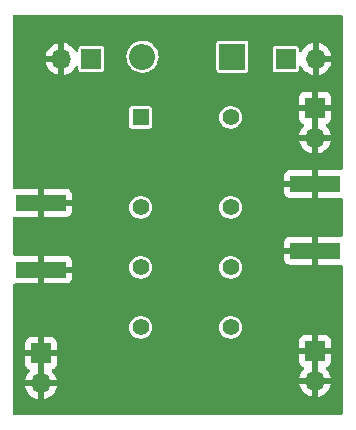
<source format=gbr>
%TF.GenerationSoftware,KiCad,Pcbnew,(6.0.10)*%
%TF.CreationDate,2023-01-04T10:17:45-08:00*%
%TF.ProjectId,attenuator,61747465-6e75-4617-946f-722e6b696361,rev?*%
%TF.SameCoordinates,PX3f52f00PY6dac2c0*%
%TF.FileFunction,Copper,L2,Bot*%
%TF.FilePolarity,Positive*%
%FSLAX46Y46*%
G04 Gerber Fmt 4.6, Leading zero omitted, Abs format (unit mm)*
G04 Created by KiCad (PCBNEW (6.0.10)) date 2023-01-04 10:17:45*
%MOMM*%
%LPD*%
G01*
G04 APERTURE LIST*
%TA.AperFunction,ComponentPad*%
%ADD10R,1.700000X1.700000*%
%TD*%
%TA.AperFunction,ComponentPad*%
%ADD11O,1.700000X1.700000*%
%TD*%
%TA.AperFunction,ComponentPad*%
%ADD12R,1.400000X1.400000*%
%TD*%
%TA.AperFunction,ComponentPad*%
%ADD13C,1.400000*%
%TD*%
%TA.AperFunction,SMDPad,CuDef*%
%ADD14R,4.200000X1.350000*%
%TD*%
%TA.AperFunction,ComponentPad*%
%ADD15R,2.200000X2.200000*%
%TD*%
%TA.AperFunction,ComponentPad*%
%ADD16O,2.200000X2.200000*%
%TD*%
%TA.AperFunction,ViaPad*%
%ADD17C,0.800000*%
%TD*%
G04 APERTURE END LIST*
D10*
%TO.P,J7,1,Pin_1*%
%TO.N,GND*%
X25800000Y26275000D03*
D11*
%TO.P,J7,2,Pin_2*%
X25800000Y23735000D03*
%TD*%
D10*
%TO.P,J6,1,Pin_1*%
%TO.N,GND*%
X2600000Y5475000D03*
D11*
%TO.P,J6,2,Pin_2*%
X2600000Y2935000D03*
%TD*%
D10*
%TO.P,J5,1,Pin_1*%
%TO.N,GND*%
X25800000Y5675000D03*
D11*
%TO.P,J5,2,Pin_2*%
X25800000Y3135000D03*
%TD*%
D10*
%TO.P,J2,1,Pin_1*%
%TO.N,/ATT*%
X6875000Y30400000D03*
D11*
%TO.P,J2,2,Pin_2*%
%TO.N,GND*%
X4335000Y30400000D03*
%TD*%
%TO.P,J1,2,Pin_2*%
%TO.N,GND*%
X25865000Y30400000D03*
D10*
%TO.P,J1,1,Pin_1*%
%TO.N,/+12V*%
X23325000Y30400000D03*
%TD*%
D12*
%TO.P,K1,1*%
%TO.N,Net-(D1-Pad2)*%
X11037500Y25457500D03*
D13*
%TO.P,K1,4*%
%TO.N,Net-(J4-Pad1)*%
X11037500Y17837500D03*
%TO.P,K1,6*%
%TO.N,Net-(K1-Pad11)*%
X11037500Y12757500D03*
%TO.P,K1,8*%
%TO.N,Net-(K1-Pad8)*%
X11037500Y7677500D03*
%TO.P,K1,9*%
%TO.N,Net-(K1-Pad9)*%
X18657500Y7677500D03*
%TO.P,K1,11*%
%TO.N,Net-(K1-Pad11)*%
X18657500Y12757500D03*
%TO.P,K1,13*%
%TO.N,Net-(J3-Pad1)*%
X18657500Y17837500D03*
%TO.P,K1,16*%
%TO.N,/+12V*%
X18657500Y25457500D03*
%TD*%
D14*
%TO.P,J4,2,Ext*%
%TO.N,GND*%
X2600000Y12575000D03*
X2600000Y18225000D03*
%TD*%
%TO.P,J3,2,Ext*%
%TO.N,GND*%
X25800000Y19825000D03*
X25800000Y14175000D03*
%TD*%
D15*
%TO.P,D1,1,K*%
%TO.N,/+12V*%
X18820000Y30600000D03*
D16*
%TO.P,D1,2,A*%
%TO.N,Net-(D1-Pad2)*%
X11200000Y30600000D03*
%TD*%
D17*
%TO.N,GND*%
X17800000Y21800000D03*
X12200000Y21600000D03*
X23200000Y9400000D03*
X15200000Y9600000D03*
X6200000Y8800000D03*
X1600000Y20600000D03*
X4400000Y20600000D03*
X22200000Y19600000D03*
X22200000Y14200000D03*
X6000000Y18200000D03*
X6200000Y12400000D03*
X12600000Y1600000D03*
X17400000Y1600000D03*
%TD*%
%TA.AperFunction,Conductor*%
%TO.N,GND*%
G36*
X28087621Y34125498D02*
G01*
X28134114Y34071842D01*
X28145500Y34019500D01*
X28145500Y21126984D01*
X28125498Y21058863D01*
X28071842Y21012370D01*
X28005893Y21001721D01*
X27951488Y21007631D01*
X27944672Y21008000D01*
X26072115Y21008000D01*
X26056876Y21003525D01*
X26055671Y21002135D01*
X26054000Y20994452D01*
X26054000Y18660116D01*
X26058475Y18644877D01*
X26059865Y18643672D01*
X26067548Y18642001D01*
X27944669Y18642001D01*
X27951488Y18642370D01*
X28005894Y18648280D01*
X28075776Y18635751D01*
X28127791Y18587430D01*
X28145500Y18523017D01*
X28145500Y15476984D01*
X28125498Y15408863D01*
X28071842Y15362370D01*
X28005893Y15351721D01*
X27951488Y15357631D01*
X27944672Y15358000D01*
X26072115Y15358000D01*
X26056876Y15353525D01*
X26055671Y15352135D01*
X26054000Y15344452D01*
X26054000Y13010116D01*
X26058475Y12994877D01*
X26059865Y12993672D01*
X26067548Y12992001D01*
X27944669Y12992001D01*
X27951488Y12992370D01*
X28005894Y12998280D01*
X28075776Y12985751D01*
X28127791Y12937430D01*
X28145500Y12873017D01*
X28145500Y380500D01*
X28125498Y312379D01*
X28071842Y265886D01*
X28019500Y254500D01*
X380500Y254500D01*
X312379Y274502D01*
X265886Y328158D01*
X254500Y380500D01*
X254500Y2667034D01*
X1268257Y2667034D01*
X1298565Y2532554D01*
X1301645Y2522725D01*
X1381770Y2325397D01*
X1386413Y2316206D01*
X1497694Y2134612D01*
X1503777Y2126301D01*
X1643213Y1965333D01*
X1650580Y1958117D01*
X1814434Y1822084D01*
X1822881Y1816169D01*
X2006756Y1708721D01*
X2016042Y1704271D01*
X2215001Y1628297D01*
X2224899Y1625421D01*
X2328250Y1604394D01*
X2342299Y1605590D01*
X2346000Y1615935D01*
X2346000Y1616483D01*
X2854000Y1616483D01*
X2858064Y1602641D01*
X2871478Y1600607D01*
X2878184Y1601466D01*
X2888262Y1603608D01*
X3092255Y1664809D01*
X3101842Y1668567D01*
X3293095Y1762261D01*
X3301945Y1767536D01*
X3475328Y1891208D01*
X3483200Y1897861D01*
X3634052Y2048188D01*
X3640730Y2056035D01*
X3765003Y2228980D01*
X3770313Y2237817D01*
X3864670Y2428733D01*
X3868469Y2438328D01*
X3930377Y2642090D01*
X3932555Y2652163D01*
X3933986Y2663038D01*
X3931775Y2677222D01*
X3918617Y2681000D01*
X2872115Y2681000D01*
X2856876Y2676525D01*
X2855671Y2675135D01*
X2854000Y2667452D01*
X2854000Y1616483D01*
X2346000Y1616483D01*
X2346000Y2662885D01*
X2341525Y2678124D01*
X2340135Y2679329D01*
X2332452Y2681000D01*
X1283225Y2681000D01*
X1269694Y2677027D01*
X1268257Y2667034D01*
X254500Y2667034D01*
X254500Y2867034D01*
X24468257Y2867034D01*
X24498565Y2732554D01*
X24501645Y2722725D01*
X24581770Y2525397D01*
X24586413Y2516206D01*
X24697694Y2334612D01*
X24703777Y2326301D01*
X24843213Y2165333D01*
X24850580Y2158117D01*
X25014434Y2022084D01*
X25022881Y2016169D01*
X25206756Y1908721D01*
X25216042Y1904271D01*
X25415001Y1828297D01*
X25424899Y1825421D01*
X25528250Y1804394D01*
X25542299Y1805590D01*
X25546000Y1815935D01*
X25546000Y1816483D01*
X26054000Y1816483D01*
X26058064Y1802641D01*
X26071478Y1800607D01*
X26078184Y1801466D01*
X26088262Y1803608D01*
X26292255Y1864809D01*
X26301842Y1868567D01*
X26493095Y1962261D01*
X26501945Y1967536D01*
X26675328Y2091208D01*
X26683200Y2097861D01*
X26834052Y2248188D01*
X26840730Y2256035D01*
X26965003Y2428980D01*
X26970313Y2437817D01*
X27064670Y2628733D01*
X27068469Y2638328D01*
X27130377Y2842090D01*
X27132555Y2852163D01*
X27133986Y2863038D01*
X27131775Y2877222D01*
X27118617Y2881000D01*
X26072115Y2881000D01*
X26056876Y2876525D01*
X26055671Y2875135D01*
X26054000Y2867452D01*
X26054000Y1816483D01*
X25546000Y1816483D01*
X25546000Y2862885D01*
X25541525Y2878124D01*
X25540135Y2879329D01*
X25532452Y2881000D01*
X24483225Y2881000D01*
X24469694Y2877027D01*
X24468257Y2867034D01*
X254500Y2867034D01*
X254500Y4580331D01*
X1242001Y4580331D01*
X1242371Y4573510D01*
X1247895Y4522648D01*
X1251521Y4507396D01*
X1296676Y4386946D01*
X1305214Y4371351D01*
X1381715Y4269276D01*
X1394276Y4256715D01*
X1496351Y4180214D01*
X1511946Y4171676D01*
X1621337Y4130667D01*
X1678101Y4088025D01*
X1702801Y4021464D01*
X1687594Y3952115D01*
X1668201Y3925634D01*
X1544590Y3796283D01*
X1538104Y3788273D01*
X1418098Y3612351D01*
X1413000Y3603377D01*
X1323338Y3410217D01*
X1319775Y3400530D01*
X1264389Y3200817D01*
X1265912Y3192393D01*
X1278292Y3189000D01*
X2327885Y3189000D01*
X2343124Y3193475D01*
X2344329Y3194865D01*
X2346000Y3202548D01*
X2346000Y3207115D01*
X2854000Y3207115D01*
X2858475Y3191876D01*
X2859865Y3190671D01*
X2867548Y3189000D01*
X3918344Y3189000D01*
X3931875Y3192973D01*
X3933180Y3202053D01*
X3891214Y3369125D01*
X3887894Y3378876D01*
X3802972Y3574186D01*
X3798105Y3583261D01*
X3682426Y3762074D01*
X3676136Y3770243D01*
X3531931Y3928721D01*
X3500879Y3992567D01*
X3509273Y4063066D01*
X3554450Y4117834D01*
X3580894Y4131503D01*
X3688054Y4171676D01*
X3703649Y4180214D01*
X3805724Y4256715D01*
X3818285Y4269276D01*
X3894786Y4371351D01*
X3903324Y4386946D01*
X3948478Y4507394D01*
X3952105Y4522649D01*
X3957631Y4573514D01*
X3958000Y4580328D01*
X3958000Y4780331D01*
X24442001Y4780331D01*
X24442371Y4773510D01*
X24447895Y4722648D01*
X24451521Y4707396D01*
X24496676Y4586946D01*
X24505214Y4571351D01*
X24581715Y4469276D01*
X24594276Y4456715D01*
X24696351Y4380214D01*
X24711946Y4371676D01*
X24821337Y4330667D01*
X24878101Y4288025D01*
X24902801Y4221464D01*
X24887594Y4152115D01*
X24868201Y4125634D01*
X24744590Y3996283D01*
X24738104Y3988273D01*
X24618098Y3812351D01*
X24613000Y3803377D01*
X24523338Y3610217D01*
X24519775Y3600530D01*
X24464389Y3400817D01*
X24465912Y3392393D01*
X24478292Y3389000D01*
X25527885Y3389000D01*
X25543124Y3393475D01*
X25544329Y3394865D01*
X25546000Y3402548D01*
X25546000Y3407115D01*
X26054000Y3407115D01*
X26058475Y3391876D01*
X26059865Y3390671D01*
X26067548Y3389000D01*
X27118344Y3389000D01*
X27131875Y3392973D01*
X27133180Y3402053D01*
X27091214Y3569125D01*
X27087894Y3578876D01*
X27002972Y3774186D01*
X26998105Y3783261D01*
X26882426Y3962074D01*
X26876136Y3970243D01*
X26731931Y4128721D01*
X26700879Y4192567D01*
X26709273Y4263066D01*
X26754450Y4317834D01*
X26780894Y4331503D01*
X26888054Y4371676D01*
X26903649Y4380214D01*
X27005724Y4456715D01*
X27018285Y4469276D01*
X27094786Y4571351D01*
X27103324Y4586946D01*
X27148478Y4707394D01*
X27152105Y4722649D01*
X27157631Y4773514D01*
X27158000Y4780328D01*
X27158000Y5402885D01*
X27153525Y5418124D01*
X27152135Y5419329D01*
X27144452Y5421000D01*
X26072115Y5421000D01*
X26056876Y5416525D01*
X26055671Y5415135D01*
X26054000Y5407452D01*
X26054000Y3407115D01*
X25546000Y3407115D01*
X25546000Y5402885D01*
X25541525Y5418124D01*
X25540135Y5419329D01*
X25532452Y5421000D01*
X24460116Y5421000D01*
X24444877Y5416525D01*
X24443672Y5415135D01*
X24442001Y5407452D01*
X24442001Y4780331D01*
X3958000Y4780331D01*
X3958000Y5202885D01*
X3953525Y5218124D01*
X3952135Y5219329D01*
X3944452Y5221000D01*
X2872115Y5221000D01*
X2856876Y5216525D01*
X2855671Y5215135D01*
X2854000Y5207452D01*
X2854000Y3207115D01*
X2346000Y3207115D01*
X2346000Y5202885D01*
X2341525Y5218124D01*
X2340135Y5219329D01*
X2332452Y5221000D01*
X1260116Y5221000D01*
X1244877Y5216525D01*
X1243672Y5215135D01*
X1242001Y5207452D01*
X1242001Y4580331D01*
X254500Y4580331D01*
X254500Y5747115D01*
X1242000Y5747115D01*
X1246475Y5731876D01*
X1247865Y5730671D01*
X1255548Y5729000D01*
X2327885Y5729000D01*
X2343124Y5733475D01*
X2344329Y5734865D01*
X2346000Y5742548D01*
X2346000Y5747115D01*
X2854000Y5747115D01*
X2858475Y5731876D01*
X2859865Y5730671D01*
X2867548Y5729000D01*
X3939884Y5729000D01*
X3955123Y5733475D01*
X3956328Y5734865D01*
X3957999Y5742548D01*
X3957999Y5947115D01*
X24442000Y5947115D01*
X24446475Y5931876D01*
X24447865Y5930671D01*
X24455548Y5929000D01*
X25527885Y5929000D01*
X25543124Y5933475D01*
X25544329Y5934865D01*
X25546000Y5942548D01*
X25546000Y5947115D01*
X26054000Y5947115D01*
X26058475Y5931876D01*
X26059865Y5930671D01*
X26067548Y5929000D01*
X27139884Y5929000D01*
X27155123Y5933475D01*
X27156328Y5934865D01*
X27157999Y5942548D01*
X27157999Y6569669D01*
X27157629Y6576490D01*
X27152105Y6627352D01*
X27148479Y6642604D01*
X27103324Y6763054D01*
X27094786Y6778649D01*
X27018285Y6880724D01*
X27005724Y6893285D01*
X26903649Y6969786D01*
X26888054Y6978324D01*
X26767606Y7023478D01*
X26752351Y7027105D01*
X26701486Y7032631D01*
X26694672Y7033000D01*
X26072115Y7033000D01*
X26056876Y7028525D01*
X26055671Y7027135D01*
X26054000Y7019452D01*
X26054000Y5947115D01*
X25546000Y5947115D01*
X25546000Y7014884D01*
X25541525Y7030123D01*
X25540135Y7031328D01*
X25532452Y7032999D01*
X24905331Y7032999D01*
X24898510Y7032629D01*
X24847648Y7027105D01*
X24832396Y7023479D01*
X24711946Y6978324D01*
X24696351Y6969786D01*
X24594276Y6893285D01*
X24581715Y6880724D01*
X24505214Y6778649D01*
X24496676Y6763054D01*
X24451522Y6642606D01*
X24447895Y6627351D01*
X24442369Y6576486D01*
X24442000Y6569672D01*
X24442000Y5947115D01*
X3957999Y5947115D01*
X3957999Y6369669D01*
X3957629Y6376490D01*
X3952105Y6427352D01*
X3948479Y6442604D01*
X3903324Y6563054D01*
X3894786Y6578649D01*
X3818285Y6680724D01*
X3805724Y6693285D01*
X3703649Y6769786D01*
X3688054Y6778324D01*
X3567606Y6823478D01*
X3552351Y6827105D01*
X3501486Y6832631D01*
X3494672Y6833000D01*
X2872115Y6833000D01*
X2856876Y6828525D01*
X2855671Y6827135D01*
X2854000Y6819452D01*
X2854000Y5747115D01*
X2346000Y5747115D01*
X2346000Y6814884D01*
X2341525Y6830123D01*
X2340135Y6831328D01*
X2332452Y6832999D01*
X1705331Y6832999D01*
X1698510Y6832629D01*
X1647648Y6827105D01*
X1632396Y6823479D01*
X1511946Y6778324D01*
X1496351Y6769786D01*
X1394276Y6693285D01*
X1381715Y6680724D01*
X1305214Y6578649D01*
X1296676Y6563054D01*
X1251522Y6442606D01*
X1247895Y6427351D01*
X1242369Y6376486D01*
X1242000Y6369672D01*
X1242000Y5747115D01*
X254500Y5747115D01*
X254500Y7690891D01*
X10078475Y7690891D01*
X10094139Y7504361D01*
X10145735Y7324425D01*
X10231297Y7157938D01*
X10235120Y7153114D01*
X10235123Y7153110D01*
X10334994Y7027105D01*
X10347568Y7011241D01*
X10490118Y6889921D01*
X10495496Y6886915D01*
X10495498Y6886914D01*
X10529896Y6867690D01*
X10653518Y6798600D01*
X10831543Y6740756D01*
X11017414Y6718592D01*
X11023549Y6719064D01*
X11023551Y6719064D01*
X11197908Y6732480D01*
X11197913Y6732481D01*
X11204049Y6732953D01*
X11209979Y6734609D01*
X11209981Y6734609D01*
X11378413Y6781636D01*
X11378412Y6781636D01*
X11384341Y6783291D01*
X11414648Y6798600D01*
X11471077Y6827105D01*
X11551421Y6867690D01*
X11579876Y6889921D01*
X11694071Y6979140D01*
X11694072Y6979140D01*
X11698927Y6982934D01*
X11821238Y7124633D01*
X11913698Y7287392D01*
X11972783Y7465009D01*
X11996244Y7650720D01*
X11996618Y7677500D01*
X11995305Y7690891D01*
X17698475Y7690891D01*
X17714139Y7504361D01*
X17765735Y7324425D01*
X17851297Y7157938D01*
X17855120Y7153114D01*
X17855123Y7153110D01*
X17954994Y7027105D01*
X17967568Y7011241D01*
X18110118Y6889921D01*
X18115496Y6886915D01*
X18115498Y6886914D01*
X18149896Y6867690D01*
X18273518Y6798600D01*
X18451543Y6740756D01*
X18637414Y6718592D01*
X18643549Y6719064D01*
X18643551Y6719064D01*
X18817908Y6732480D01*
X18817913Y6732481D01*
X18824049Y6732953D01*
X18829979Y6734609D01*
X18829981Y6734609D01*
X18998413Y6781636D01*
X18998412Y6781636D01*
X19004341Y6783291D01*
X19034648Y6798600D01*
X19091077Y6827105D01*
X19171421Y6867690D01*
X19199876Y6889921D01*
X19314071Y6979140D01*
X19314072Y6979140D01*
X19318927Y6982934D01*
X19441238Y7124633D01*
X19533698Y7287392D01*
X19592783Y7465009D01*
X19616244Y7650720D01*
X19616618Y7677500D01*
X19598352Y7863794D01*
X19544249Y8042991D01*
X19456370Y8208268D01*
X19452480Y8213038D01*
X19452477Y8213042D01*
X19341957Y8348552D01*
X19341954Y8348555D01*
X19338062Y8353327D01*
X19193832Y8472645D01*
X19029173Y8561676D01*
X18939765Y8589352D01*
X18856244Y8615206D01*
X18856241Y8615207D01*
X18850357Y8617028D01*
X18844232Y8617672D01*
X18844231Y8617672D01*
X18670324Y8635951D01*
X18670323Y8635951D01*
X18664196Y8636595D01*
X18587643Y8629628D01*
X18483918Y8620188D01*
X18483915Y8620187D01*
X18477779Y8619629D01*
X18471873Y8617891D01*
X18471869Y8617890D01*
X18336575Y8578071D01*
X18298208Y8566779D01*
X18132322Y8480056D01*
X18127522Y8476196D01*
X18127521Y8476196D01*
X18118218Y8468716D01*
X17986440Y8362764D01*
X17866119Y8219370D01*
X17863155Y8213978D01*
X17863152Y8213974D01*
X17788955Y8079009D01*
X17775941Y8055337D01*
X17774080Y8049470D01*
X17774079Y8049468D01*
X17770153Y8037091D01*
X17719341Y7876912D01*
X17698475Y7690891D01*
X11995305Y7690891D01*
X11978352Y7863794D01*
X11924249Y8042991D01*
X11836370Y8208268D01*
X11832480Y8213038D01*
X11832477Y8213042D01*
X11721957Y8348552D01*
X11721954Y8348555D01*
X11718062Y8353327D01*
X11573832Y8472645D01*
X11409173Y8561676D01*
X11319765Y8589352D01*
X11236244Y8615206D01*
X11236241Y8615207D01*
X11230357Y8617028D01*
X11224232Y8617672D01*
X11224231Y8617672D01*
X11050324Y8635951D01*
X11050323Y8635951D01*
X11044196Y8636595D01*
X10967643Y8629628D01*
X10863918Y8620188D01*
X10863915Y8620187D01*
X10857779Y8619629D01*
X10851873Y8617891D01*
X10851869Y8617890D01*
X10716575Y8578071D01*
X10678208Y8566779D01*
X10512322Y8480056D01*
X10507522Y8476196D01*
X10507521Y8476196D01*
X10498218Y8468716D01*
X10366440Y8362764D01*
X10246119Y8219370D01*
X10243155Y8213978D01*
X10243152Y8213974D01*
X10168955Y8079009D01*
X10155941Y8055337D01*
X10154080Y8049470D01*
X10154079Y8049468D01*
X10150153Y8037091D01*
X10099341Y7876912D01*
X10078475Y7690891D01*
X254500Y7690891D01*
X254500Y11273016D01*
X274502Y11341137D01*
X328158Y11387630D01*
X394107Y11398279D01*
X448512Y11392369D01*
X455328Y11392000D01*
X2327885Y11392000D01*
X2343124Y11396475D01*
X2344329Y11397865D01*
X2346000Y11405548D01*
X2346000Y11410116D01*
X2854000Y11410116D01*
X2858475Y11394877D01*
X2859865Y11393672D01*
X2867548Y11392001D01*
X4744669Y11392001D01*
X4751490Y11392371D01*
X4802352Y11397895D01*
X4817604Y11401521D01*
X4938054Y11446676D01*
X4953649Y11455214D01*
X5055724Y11531715D01*
X5068285Y11544276D01*
X5144786Y11646351D01*
X5153324Y11661946D01*
X5198478Y11782394D01*
X5202105Y11797649D01*
X5207631Y11848514D01*
X5208000Y11855328D01*
X5208000Y12302885D01*
X5203525Y12318124D01*
X5202135Y12319329D01*
X5194452Y12321000D01*
X2872115Y12321000D01*
X2856876Y12316525D01*
X2855671Y12315135D01*
X2854000Y12307452D01*
X2854000Y11410116D01*
X2346000Y11410116D01*
X2346000Y12770891D01*
X10078475Y12770891D01*
X10094139Y12584361D01*
X10145735Y12404425D01*
X10231297Y12237938D01*
X10235120Y12233114D01*
X10235123Y12233110D01*
X10257694Y12204633D01*
X10347568Y12091241D01*
X10490118Y11969921D01*
X10495496Y11966915D01*
X10495498Y11966914D01*
X10529896Y11947690D01*
X10653518Y11878600D01*
X10831543Y11820756D01*
X11017414Y11798592D01*
X11023549Y11799064D01*
X11023551Y11799064D01*
X11197908Y11812480D01*
X11197913Y11812481D01*
X11204049Y11812953D01*
X11209979Y11814609D01*
X11209981Y11814609D01*
X11378413Y11861636D01*
X11378412Y11861636D01*
X11384341Y11863291D01*
X11414648Y11878600D01*
X11463274Y11903163D01*
X11551421Y11947690D01*
X11579876Y11969921D01*
X11694071Y12059140D01*
X11694072Y12059140D01*
X11698927Y12062934D01*
X11821238Y12204633D01*
X11913698Y12367392D01*
X11972783Y12545009D01*
X11996244Y12730720D01*
X11996618Y12757500D01*
X11995305Y12770891D01*
X17698475Y12770891D01*
X17714139Y12584361D01*
X17765735Y12404425D01*
X17851297Y12237938D01*
X17855120Y12233114D01*
X17855123Y12233110D01*
X17877694Y12204633D01*
X17967568Y12091241D01*
X18110118Y11969921D01*
X18115496Y11966915D01*
X18115498Y11966914D01*
X18149896Y11947690D01*
X18273518Y11878600D01*
X18451543Y11820756D01*
X18637414Y11798592D01*
X18643549Y11799064D01*
X18643551Y11799064D01*
X18817908Y11812480D01*
X18817913Y11812481D01*
X18824049Y11812953D01*
X18829979Y11814609D01*
X18829981Y11814609D01*
X18998413Y11861636D01*
X18998412Y11861636D01*
X19004341Y11863291D01*
X19034648Y11878600D01*
X19083274Y11903163D01*
X19171421Y11947690D01*
X19199876Y11969921D01*
X19314071Y12059140D01*
X19314072Y12059140D01*
X19318927Y12062934D01*
X19441238Y12204633D01*
X19533698Y12367392D01*
X19592783Y12545009D01*
X19616244Y12730720D01*
X19616618Y12757500D01*
X19598352Y12943794D01*
X19544249Y13122991D01*
X19456370Y13288268D01*
X19452480Y13293038D01*
X19452477Y13293042D01*
X19341957Y13428552D01*
X19341954Y13428555D01*
X19338062Y13433327D01*
X19311464Y13455331D01*
X23192001Y13455331D01*
X23192371Y13448510D01*
X23197895Y13397648D01*
X23201521Y13382396D01*
X23246676Y13261946D01*
X23255214Y13246351D01*
X23331715Y13144276D01*
X23344276Y13131715D01*
X23446351Y13055214D01*
X23461946Y13046676D01*
X23582394Y13001522D01*
X23597649Y12997895D01*
X23648514Y12992369D01*
X23655328Y12992000D01*
X25527885Y12992000D01*
X25543124Y12996475D01*
X25544329Y12997865D01*
X25546000Y13005548D01*
X25546000Y13902885D01*
X25541525Y13918124D01*
X25540135Y13919329D01*
X25532452Y13921000D01*
X23210116Y13921000D01*
X23194877Y13916525D01*
X23193672Y13915135D01*
X23192001Y13907452D01*
X23192001Y13455331D01*
X19311464Y13455331D01*
X19193832Y13552645D01*
X19029173Y13641676D01*
X18939765Y13669352D01*
X18856244Y13695206D01*
X18856241Y13695207D01*
X18850357Y13697028D01*
X18844232Y13697672D01*
X18844231Y13697672D01*
X18670324Y13715951D01*
X18670323Y13715951D01*
X18664196Y13716595D01*
X18587643Y13709628D01*
X18483918Y13700188D01*
X18483915Y13700187D01*
X18477779Y13699629D01*
X18471873Y13697891D01*
X18471869Y13697890D01*
X18336575Y13658071D01*
X18298208Y13646779D01*
X18132322Y13560056D01*
X18127522Y13556196D01*
X18127521Y13556196D01*
X18118218Y13548716D01*
X17986440Y13442764D01*
X17866119Y13299370D01*
X17863155Y13293978D01*
X17863152Y13293974D01*
X17788955Y13159009D01*
X17775941Y13135337D01*
X17774080Y13129470D01*
X17774079Y13129468D01*
X17770153Y13117091D01*
X17719341Y12956912D01*
X17698475Y12770891D01*
X11995305Y12770891D01*
X11978352Y12943794D01*
X11924249Y13122991D01*
X11836370Y13288268D01*
X11832480Y13293038D01*
X11832477Y13293042D01*
X11721957Y13428552D01*
X11721954Y13428555D01*
X11718062Y13433327D01*
X11573832Y13552645D01*
X11409173Y13641676D01*
X11319765Y13669352D01*
X11236244Y13695206D01*
X11236241Y13695207D01*
X11230357Y13697028D01*
X11224232Y13697672D01*
X11224231Y13697672D01*
X11050324Y13715951D01*
X11050323Y13715951D01*
X11044196Y13716595D01*
X10967643Y13709628D01*
X10863918Y13700188D01*
X10863915Y13700187D01*
X10857779Y13699629D01*
X10851873Y13697891D01*
X10851869Y13697890D01*
X10716575Y13658071D01*
X10678208Y13646779D01*
X10512322Y13560056D01*
X10507522Y13556196D01*
X10507521Y13556196D01*
X10498218Y13548716D01*
X10366440Y13442764D01*
X10246119Y13299370D01*
X10243155Y13293978D01*
X10243152Y13293974D01*
X10168955Y13159009D01*
X10155941Y13135337D01*
X10154080Y13129470D01*
X10154079Y13129468D01*
X10150153Y13117091D01*
X10099341Y12956912D01*
X10078475Y12770891D01*
X2346000Y12770891D01*
X2346000Y12847115D01*
X2854000Y12847115D01*
X2858475Y12831876D01*
X2859865Y12830671D01*
X2867548Y12829000D01*
X5189884Y12829000D01*
X5205123Y12833475D01*
X5206328Y12834865D01*
X5207999Y12842548D01*
X5207999Y13294669D01*
X5207629Y13301490D01*
X5202105Y13352352D01*
X5198479Y13367604D01*
X5153324Y13488054D01*
X5144786Y13503649D01*
X5068285Y13605724D01*
X5055724Y13618285D01*
X4953649Y13694786D01*
X4938054Y13703324D01*
X4817606Y13748478D01*
X4802351Y13752105D01*
X4751486Y13757631D01*
X4744672Y13758000D01*
X2872115Y13758000D01*
X2856876Y13753525D01*
X2855671Y13752135D01*
X2854000Y13744452D01*
X2854000Y12847115D01*
X2346000Y12847115D01*
X2346000Y13739884D01*
X2341525Y13755123D01*
X2340135Y13756328D01*
X2332452Y13757999D01*
X455331Y13757999D01*
X448512Y13757630D01*
X394106Y13751720D01*
X324224Y13764249D01*
X272209Y13812570D01*
X254500Y13876983D01*
X254500Y14447115D01*
X23192000Y14447115D01*
X23196475Y14431876D01*
X23197865Y14430671D01*
X23205548Y14429000D01*
X25527885Y14429000D01*
X25543124Y14433475D01*
X25544329Y14434865D01*
X25546000Y14442548D01*
X25546000Y15339884D01*
X25541525Y15355123D01*
X25540135Y15356328D01*
X25532452Y15357999D01*
X23655331Y15357999D01*
X23648510Y15357629D01*
X23597648Y15352105D01*
X23582396Y15348479D01*
X23461946Y15303324D01*
X23446351Y15294786D01*
X23344276Y15218285D01*
X23331715Y15205724D01*
X23255214Y15103649D01*
X23246676Y15088054D01*
X23201522Y14967606D01*
X23197895Y14952351D01*
X23192369Y14901486D01*
X23192000Y14894672D01*
X23192000Y14447115D01*
X254500Y14447115D01*
X254500Y16923016D01*
X274502Y16991137D01*
X328158Y17037630D01*
X394107Y17048279D01*
X448512Y17042369D01*
X455328Y17042000D01*
X2327885Y17042000D01*
X2343124Y17046475D01*
X2344329Y17047865D01*
X2346000Y17055548D01*
X2346000Y17060116D01*
X2854000Y17060116D01*
X2858475Y17044877D01*
X2859865Y17043672D01*
X2867548Y17042001D01*
X4744669Y17042001D01*
X4751490Y17042371D01*
X4802352Y17047895D01*
X4817604Y17051521D01*
X4938054Y17096676D01*
X4953649Y17105214D01*
X5055724Y17181715D01*
X5068285Y17194276D01*
X5144786Y17296351D01*
X5153324Y17311946D01*
X5198478Y17432394D01*
X5202105Y17447649D01*
X5207631Y17498514D01*
X5208000Y17505328D01*
X5208000Y17850891D01*
X10078475Y17850891D01*
X10094139Y17664361D01*
X10145735Y17484425D01*
X10231297Y17317938D01*
X10235120Y17313114D01*
X10235123Y17313110D01*
X10257694Y17284633D01*
X10347568Y17171241D01*
X10490118Y17049921D01*
X10495496Y17046915D01*
X10495498Y17046914D01*
X10529896Y17027690D01*
X10653518Y16958600D01*
X10831543Y16900756D01*
X11017414Y16878592D01*
X11023549Y16879064D01*
X11023551Y16879064D01*
X11197908Y16892480D01*
X11197913Y16892481D01*
X11204049Y16892953D01*
X11209979Y16894609D01*
X11209981Y16894609D01*
X11378413Y16941636D01*
X11378412Y16941636D01*
X11384341Y16943291D01*
X11414648Y16958600D01*
X11479059Y16991137D01*
X11551421Y17027690D01*
X11569739Y17042001D01*
X11694071Y17139140D01*
X11694072Y17139140D01*
X11698927Y17142934D01*
X11821238Y17284633D01*
X11913698Y17447392D01*
X11972783Y17625009D01*
X11996244Y17810720D01*
X11996618Y17837500D01*
X11995305Y17850891D01*
X17698475Y17850891D01*
X17714139Y17664361D01*
X17765735Y17484425D01*
X17851297Y17317938D01*
X17855120Y17313114D01*
X17855123Y17313110D01*
X17877694Y17284633D01*
X17967568Y17171241D01*
X18110118Y17049921D01*
X18115496Y17046915D01*
X18115498Y17046914D01*
X18149896Y17027690D01*
X18273518Y16958600D01*
X18451543Y16900756D01*
X18637414Y16878592D01*
X18643549Y16879064D01*
X18643551Y16879064D01*
X18817908Y16892480D01*
X18817913Y16892481D01*
X18824049Y16892953D01*
X18829979Y16894609D01*
X18829981Y16894609D01*
X18998413Y16941636D01*
X18998412Y16941636D01*
X19004341Y16943291D01*
X19034648Y16958600D01*
X19099059Y16991137D01*
X19171421Y17027690D01*
X19189739Y17042001D01*
X19314071Y17139140D01*
X19314072Y17139140D01*
X19318927Y17142934D01*
X19441238Y17284633D01*
X19533698Y17447392D01*
X19592783Y17625009D01*
X19616244Y17810720D01*
X19616618Y17837500D01*
X19598352Y18023794D01*
X19544249Y18202991D01*
X19456370Y18368268D01*
X19452480Y18373038D01*
X19452477Y18373042D01*
X19341957Y18508552D01*
X19341954Y18508555D01*
X19338062Y18513327D01*
X19193832Y18632645D01*
X19029173Y18721676D01*
X18939765Y18749352D01*
X18856244Y18775206D01*
X18856241Y18775207D01*
X18850357Y18777028D01*
X18844232Y18777672D01*
X18844231Y18777672D01*
X18670324Y18795951D01*
X18670323Y18795951D01*
X18664196Y18796595D01*
X18587643Y18789628D01*
X18483918Y18780188D01*
X18483915Y18780187D01*
X18477779Y18779629D01*
X18471873Y18777891D01*
X18471869Y18777890D01*
X18336575Y18738071D01*
X18298208Y18726779D01*
X18132322Y18640056D01*
X18127522Y18636196D01*
X18127521Y18636196D01*
X18118218Y18628716D01*
X17986440Y18522764D01*
X17866119Y18379370D01*
X17863155Y18373978D01*
X17863152Y18373974D01*
X17788955Y18239009D01*
X17775941Y18215337D01*
X17774080Y18209470D01*
X17774079Y18209468D01*
X17770153Y18197091D01*
X17719341Y18036912D01*
X17698475Y17850891D01*
X11995305Y17850891D01*
X11978352Y18023794D01*
X11924249Y18202991D01*
X11836370Y18368268D01*
X11832480Y18373038D01*
X11832477Y18373042D01*
X11721957Y18508552D01*
X11721954Y18508555D01*
X11718062Y18513327D01*
X11573832Y18632645D01*
X11409173Y18721676D01*
X11319765Y18749352D01*
X11236244Y18775206D01*
X11236241Y18775207D01*
X11230357Y18777028D01*
X11224232Y18777672D01*
X11224231Y18777672D01*
X11050324Y18795951D01*
X11050323Y18795951D01*
X11044196Y18796595D01*
X10967643Y18789628D01*
X10863918Y18780188D01*
X10863915Y18780187D01*
X10857779Y18779629D01*
X10851873Y18777891D01*
X10851869Y18777890D01*
X10716575Y18738071D01*
X10678208Y18726779D01*
X10512322Y18640056D01*
X10507522Y18636196D01*
X10507521Y18636196D01*
X10498218Y18628716D01*
X10366440Y18522764D01*
X10246119Y18379370D01*
X10243155Y18373978D01*
X10243152Y18373974D01*
X10168955Y18239009D01*
X10155941Y18215337D01*
X10154080Y18209470D01*
X10154079Y18209468D01*
X10150153Y18197091D01*
X10099341Y18036912D01*
X10078475Y17850891D01*
X5208000Y17850891D01*
X5208000Y17952885D01*
X5203525Y17968124D01*
X5202135Y17969329D01*
X5194452Y17971000D01*
X2872115Y17971000D01*
X2856876Y17966525D01*
X2855671Y17965135D01*
X2854000Y17957452D01*
X2854000Y17060116D01*
X2346000Y17060116D01*
X2346000Y18497115D01*
X2854000Y18497115D01*
X2858475Y18481876D01*
X2859865Y18480671D01*
X2867548Y18479000D01*
X5189884Y18479000D01*
X5205123Y18483475D01*
X5206328Y18484865D01*
X5207999Y18492548D01*
X5207999Y18944669D01*
X5207629Y18951490D01*
X5202105Y19002352D01*
X5198479Y19017604D01*
X5165591Y19105331D01*
X23192001Y19105331D01*
X23192371Y19098510D01*
X23197895Y19047648D01*
X23201521Y19032396D01*
X23246676Y18911946D01*
X23255214Y18896351D01*
X23331715Y18794276D01*
X23344276Y18781715D01*
X23446351Y18705214D01*
X23461946Y18696676D01*
X23582394Y18651522D01*
X23597649Y18647895D01*
X23648514Y18642369D01*
X23655328Y18642000D01*
X25527885Y18642000D01*
X25543124Y18646475D01*
X25544329Y18647865D01*
X25546000Y18655548D01*
X25546000Y19552885D01*
X25541525Y19568124D01*
X25540135Y19569329D01*
X25532452Y19571000D01*
X23210116Y19571000D01*
X23194877Y19566525D01*
X23193672Y19565135D01*
X23192001Y19557452D01*
X23192001Y19105331D01*
X5165591Y19105331D01*
X5153324Y19138054D01*
X5144786Y19153649D01*
X5068285Y19255724D01*
X5055724Y19268285D01*
X4953649Y19344786D01*
X4938054Y19353324D01*
X4817606Y19398478D01*
X4802351Y19402105D01*
X4751486Y19407631D01*
X4744672Y19408000D01*
X2872115Y19408000D01*
X2856876Y19403525D01*
X2855671Y19402135D01*
X2854000Y19394452D01*
X2854000Y18497115D01*
X2346000Y18497115D01*
X2346000Y19389884D01*
X2341525Y19405123D01*
X2340135Y19406328D01*
X2332452Y19407999D01*
X455331Y19407999D01*
X448512Y19407630D01*
X394106Y19401720D01*
X324224Y19414249D01*
X272209Y19462570D01*
X254500Y19526983D01*
X254500Y20097115D01*
X23192000Y20097115D01*
X23196475Y20081876D01*
X23197865Y20080671D01*
X23205548Y20079000D01*
X25527885Y20079000D01*
X25543124Y20083475D01*
X25544329Y20084865D01*
X25546000Y20092548D01*
X25546000Y20989884D01*
X25541525Y21005123D01*
X25540135Y21006328D01*
X25532452Y21007999D01*
X23655331Y21007999D01*
X23648510Y21007629D01*
X23597648Y21002105D01*
X23582396Y20998479D01*
X23461946Y20953324D01*
X23446351Y20944786D01*
X23344276Y20868285D01*
X23331715Y20855724D01*
X23255214Y20753649D01*
X23246676Y20738054D01*
X23201522Y20617606D01*
X23197895Y20602351D01*
X23192369Y20551486D01*
X23192000Y20544672D01*
X23192000Y20097115D01*
X254500Y20097115D01*
X254500Y23467034D01*
X24468257Y23467034D01*
X24498565Y23332554D01*
X24501645Y23322725D01*
X24581770Y23125397D01*
X24586413Y23116206D01*
X24697694Y22934612D01*
X24703777Y22926301D01*
X24843213Y22765333D01*
X24850580Y22758117D01*
X25014434Y22622084D01*
X25022881Y22616169D01*
X25206756Y22508721D01*
X25216042Y22504271D01*
X25415001Y22428297D01*
X25424899Y22425421D01*
X25528250Y22404394D01*
X25542299Y22405590D01*
X25546000Y22415935D01*
X25546000Y22416483D01*
X26054000Y22416483D01*
X26058064Y22402641D01*
X26071478Y22400607D01*
X26078184Y22401466D01*
X26088262Y22403608D01*
X26292255Y22464809D01*
X26301842Y22468567D01*
X26493095Y22562261D01*
X26501945Y22567536D01*
X26675328Y22691208D01*
X26683200Y22697861D01*
X26834052Y22848188D01*
X26840730Y22856035D01*
X26965003Y23028980D01*
X26970313Y23037817D01*
X27064670Y23228733D01*
X27068469Y23238328D01*
X27130377Y23442090D01*
X27132555Y23452163D01*
X27133986Y23463038D01*
X27131775Y23477222D01*
X27118617Y23481000D01*
X26072115Y23481000D01*
X26056876Y23476525D01*
X26055671Y23475135D01*
X26054000Y23467452D01*
X26054000Y22416483D01*
X25546000Y22416483D01*
X25546000Y23462885D01*
X25541525Y23478124D01*
X25540135Y23479329D01*
X25532452Y23481000D01*
X24483225Y23481000D01*
X24469694Y23477027D01*
X24468257Y23467034D01*
X254500Y23467034D01*
X254500Y26182567D01*
X10083000Y26182567D01*
X10083001Y24732434D01*
X10097766Y24658199D01*
X10154016Y24574016D01*
X10238199Y24517766D01*
X10312433Y24503000D01*
X11037382Y24503000D01*
X11762566Y24503001D01*
X11798318Y24510112D01*
X11824626Y24515344D01*
X11824628Y24515345D01*
X11836801Y24517766D01*
X11847121Y24524661D01*
X11847122Y24524662D01*
X11910668Y24567123D01*
X11920984Y24574016D01*
X11977234Y24658199D01*
X11992000Y24732433D01*
X11991999Y25470891D01*
X17698475Y25470891D01*
X17698991Y25464748D01*
X17712205Y25307396D01*
X17714139Y25284361D01*
X17765735Y25104425D01*
X17851297Y24937938D01*
X17855120Y24933114D01*
X17855123Y24933110D01*
X17910640Y24863066D01*
X17967568Y24791241D01*
X18110118Y24669921D01*
X18115496Y24666915D01*
X18115498Y24666914D01*
X18149556Y24647880D01*
X18273518Y24578600D01*
X18451543Y24520756D01*
X18637414Y24498592D01*
X18643549Y24499064D01*
X18643551Y24499064D01*
X18817908Y24512480D01*
X18817913Y24512481D01*
X18824049Y24512953D01*
X18829979Y24514609D01*
X18829981Y24514609D01*
X18998413Y24561636D01*
X18998412Y24561636D01*
X19004341Y24563291D01*
X19018104Y24570243D01*
X19083274Y24603163D01*
X19171421Y24647690D01*
X19199876Y24669921D01*
X19314071Y24759140D01*
X19314072Y24759140D01*
X19318927Y24762934D01*
X19407344Y24865366D01*
X19437209Y24899965D01*
X19437210Y24899967D01*
X19441238Y24904633D01*
X19533698Y25067392D01*
X19592783Y25245009D01*
X19609878Y25380331D01*
X24442001Y25380331D01*
X24442371Y25373510D01*
X24447895Y25322648D01*
X24451521Y25307396D01*
X24496676Y25186946D01*
X24505214Y25171351D01*
X24581715Y25069276D01*
X24594276Y25056715D01*
X24696351Y24980214D01*
X24711946Y24971676D01*
X24821337Y24930667D01*
X24878101Y24888025D01*
X24902801Y24821464D01*
X24887594Y24752115D01*
X24868201Y24725634D01*
X24744590Y24596283D01*
X24738104Y24588273D01*
X24618098Y24412351D01*
X24613000Y24403377D01*
X24523338Y24210217D01*
X24519775Y24200530D01*
X24464389Y24000817D01*
X24465912Y23992393D01*
X24478292Y23989000D01*
X25527885Y23989000D01*
X25543124Y23993475D01*
X25544329Y23994865D01*
X25546000Y24002548D01*
X25546000Y24007115D01*
X26054000Y24007115D01*
X26058475Y23991876D01*
X26059865Y23990671D01*
X26067548Y23989000D01*
X27118344Y23989000D01*
X27131875Y23992973D01*
X27133180Y24002053D01*
X27091214Y24169125D01*
X27087894Y24178876D01*
X27002972Y24374186D01*
X26998105Y24383261D01*
X26882426Y24562074D01*
X26876136Y24570243D01*
X26731931Y24728721D01*
X26700879Y24792567D01*
X26709273Y24863066D01*
X26754450Y24917834D01*
X26780894Y24931503D01*
X26888054Y24971676D01*
X26903649Y24980214D01*
X27005724Y25056715D01*
X27018285Y25069276D01*
X27094786Y25171351D01*
X27103324Y25186946D01*
X27148478Y25307394D01*
X27152105Y25322649D01*
X27157631Y25373514D01*
X27158000Y25380328D01*
X27158000Y26002885D01*
X27153525Y26018124D01*
X27152135Y26019329D01*
X27144452Y26021000D01*
X26072115Y26021000D01*
X26056876Y26016525D01*
X26055671Y26015135D01*
X26054000Y26007452D01*
X26054000Y24007115D01*
X25546000Y24007115D01*
X25546000Y26002885D01*
X25541525Y26018124D01*
X25540135Y26019329D01*
X25532452Y26021000D01*
X24460116Y26021000D01*
X24444877Y26016525D01*
X24443672Y26015135D01*
X24442001Y26007452D01*
X24442001Y25380331D01*
X19609878Y25380331D01*
X19616244Y25430720D01*
X19616618Y25457500D01*
X19598352Y25643794D01*
X19544249Y25822991D01*
X19456370Y25988268D01*
X19452480Y25993038D01*
X19452477Y25993042D01*
X19341957Y26128552D01*
X19341954Y26128555D01*
X19338062Y26133327D01*
X19193832Y26252645D01*
X19029173Y26341676D01*
X18939765Y26369352D01*
X18856244Y26395206D01*
X18856241Y26395207D01*
X18850357Y26397028D01*
X18844232Y26397672D01*
X18844231Y26397672D01*
X18670324Y26415951D01*
X18670323Y26415951D01*
X18664196Y26416595D01*
X18587643Y26409628D01*
X18483918Y26400188D01*
X18483915Y26400187D01*
X18477779Y26399629D01*
X18471873Y26397891D01*
X18471869Y26397890D01*
X18336575Y26358071D01*
X18298208Y26346779D01*
X18132322Y26260056D01*
X18127522Y26256196D01*
X18127521Y26256196D01*
X18118218Y26248716D01*
X17986440Y26142764D01*
X17866119Y25999370D01*
X17863155Y25993978D01*
X17863152Y25993974D01*
X17788955Y25859009D01*
X17775941Y25835337D01*
X17774080Y25829470D01*
X17774079Y25829468D01*
X17770153Y25817091D01*
X17719341Y25656912D01*
X17698475Y25470891D01*
X11991999Y25470891D01*
X11991999Y26182566D01*
X11977234Y26256801D01*
X11920984Y26340984D01*
X11836801Y26397234D01*
X11762567Y26412000D01*
X11037618Y26412000D01*
X10312434Y26411999D01*
X10276682Y26404888D01*
X10250374Y26399656D01*
X10250372Y26399655D01*
X10238199Y26397234D01*
X10227879Y26390339D01*
X10227878Y26390338D01*
X10167485Y26349984D01*
X10154016Y26340984D01*
X10097766Y26256801D01*
X10083000Y26182567D01*
X254500Y26182567D01*
X254500Y26547115D01*
X24442000Y26547115D01*
X24446475Y26531876D01*
X24447865Y26530671D01*
X24455548Y26529000D01*
X25527885Y26529000D01*
X25543124Y26533475D01*
X25544329Y26534865D01*
X25546000Y26542548D01*
X25546000Y26547115D01*
X26054000Y26547115D01*
X26058475Y26531876D01*
X26059865Y26530671D01*
X26067548Y26529000D01*
X27139884Y26529000D01*
X27155123Y26533475D01*
X27156328Y26534865D01*
X27157999Y26542548D01*
X27157999Y27169669D01*
X27157629Y27176490D01*
X27152105Y27227352D01*
X27148479Y27242604D01*
X27103324Y27363054D01*
X27094786Y27378649D01*
X27018285Y27480724D01*
X27005724Y27493285D01*
X26903649Y27569786D01*
X26888054Y27578324D01*
X26767606Y27623478D01*
X26752351Y27627105D01*
X26701486Y27632631D01*
X26694672Y27633000D01*
X26072115Y27633000D01*
X26056876Y27628525D01*
X26055671Y27627135D01*
X26054000Y27619452D01*
X26054000Y26547115D01*
X25546000Y26547115D01*
X25546000Y27614884D01*
X25541525Y27630123D01*
X25540135Y27631328D01*
X25532452Y27632999D01*
X24905331Y27632999D01*
X24898510Y27632629D01*
X24847648Y27627105D01*
X24832396Y27623479D01*
X24711946Y27578324D01*
X24696351Y27569786D01*
X24594276Y27493285D01*
X24581715Y27480724D01*
X24505214Y27378649D01*
X24496676Y27363054D01*
X24451522Y27242606D01*
X24447895Y27227351D01*
X24442369Y27176486D01*
X24442000Y27169672D01*
X24442000Y26547115D01*
X254500Y26547115D01*
X254500Y30132034D01*
X3003257Y30132034D01*
X3033565Y29997554D01*
X3036645Y29987725D01*
X3116770Y29790397D01*
X3121413Y29781206D01*
X3232694Y29599612D01*
X3238777Y29591301D01*
X3378213Y29430333D01*
X3385580Y29423117D01*
X3549434Y29287084D01*
X3557881Y29281169D01*
X3741756Y29173721D01*
X3751042Y29169271D01*
X3950001Y29093297D01*
X3959899Y29090421D01*
X4063250Y29069394D01*
X4077299Y29070590D01*
X4081000Y29080935D01*
X4081000Y29081483D01*
X4589000Y29081483D01*
X4593064Y29067641D01*
X4606478Y29065607D01*
X4613184Y29066466D01*
X4623262Y29068608D01*
X4827255Y29129809D01*
X4836842Y29133567D01*
X5028095Y29227261D01*
X5036945Y29232536D01*
X5210328Y29356208D01*
X5218200Y29362861D01*
X5369052Y29513188D01*
X5375730Y29521035D01*
X5500003Y29693980D01*
X5505310Y29702812D01*
X5531544Y29755891D01*
X5579658Y29808097D01*
X5648360Y29826004D01*
X5715836Y29803925D01*
X5760664Y29748871D01*
X5770501Y29700063D01*
X5770501Y29524934D01*
X5785266Y29450699D01*
X5792161Y29440380D01*
X5792162Y29440378D01*
X5818675Y29400699D01*
X5841516Y29366516D01*
X5925699Y29310266D01*
X5999933Y29295500D01*
X6874858Y29295500D01*
X7750066Y29295501D01*
X7785818Y29302612D01*
X7812126Y29307844D01*
X7812128Y29307845D01*
X7824301Y29310266D01*
X7834621Y29317161D01*
X7834622Y29317162D01*
X7898168Y29359623D01*
X7908484Y29366516D01*
X7964734Y29450699D01*
X7979500Y29524933D01*
X7979499Y30633207D01*
X9841264Y30633207D01*
X9841561Y30628054D01*
X9841561Y30628051D01*
X9846813Y30536959D01*
X9854085Y30410844D01*
X9855222Y30405798D01*
X9855223Y30405792D01*
X9876185Y30312780D01*
X9903052Y30193561D01*
X9904994Y30188779D01*
X9904995Y30188775D01*
X9982642Y29997554D01*
X9986849Y29987193D01*
X10103226Y29797283D01*
X10249058Y29628930D01*
X10420428Y29486656D01*
X10612734Y29374282D01*
X10617559Y29372440D01*
X10617560Y29372439D01*
X10651122Y29359623D01*
X10820811Y29294825D01*
X10825879Y29293794D01*
X10825882Y29293793D01*
X10932778Y29272045D01*
X11039072Y29250419D01*
X11044247Y29250229D01*
X11044249Y29250229D01*
X11256491Y29242446D01*
X11256495Y29242446D01*
X11261655Y29242257D01*
X11266775Y29242913D01*
X11266777Y29242913D01*
X11337642Y29251991D01*
X11482582Y29270559D01*
X11487531Y29272044D01*
X11487537Y29272045D01*
X11690969Y29333078D01*
X11690968Y29333078D01*
X11695919Y29334563D01*
X11895939Y29432552D01*
X11900144Y29435552D01*
X11900150Y29435555D01*
X12073065Y29558894D01*
X12073067Y29558896D01*
X12077269Y29561893D01*
X12235039Y29719113D01*
X12267792Y29764693D01*
X12361994Y29895790D01*
X12365012Y29899990D01*
X12408111Y29987193D01*
X12461404Y30095024D01*
X12461405Y30095026D01*
X12463698Y30099666D01*
X12528447Y30312780D01*
X12557519Y30533606D01*
X12559142Y30600000D01*
X12540892Y30821983D01*
X12486631Y31038005D01*
X12397817Y31242264D01*
X12382040Y31266652D01*
X12279645Y31424930D01*
X12279640Y31424936D01*
X12276834Y31429274D01*
X12209483Y31503293D01*
X12130411Y31590192D01*
X12130409Y31590194D01*
X12126933Y31594014D01*
X12122882Y31597213D01*
X12122878Y31597217D01*
X11973723Y31715011D01*
X11960990Y31725067D01*
X17465500Y31725067D01*
X17465501Y29474934D01*
X17467900Y29462874D01*
X17473931Y29432552D01*
X17480266Y29400699D01*
X17487161Y29390380D01*
X17487162Y29390378D01*
X17505549Y29362861D01*
X17536516Y29316516D01*
X17620699Y29260266D01*
X17694933Y29245500D01*
X18819818Y29245500D01*
X19945066Y29245501D01*
X19980818Y29252612D01*
X20007126Y29257844D01*
X20007128Y29257845D01*
X20019301Y29260266D01*
X20029621Y29267161D01*
X20029622Y29267162D01*
X20093168Y29309623D01*
X20103484Y29316516D01*
X20140851Y29372439D01*
X20152839Y29390380D01*
X20159734Y29400699D01*
X20174500Y29474933D01*
X20174499Y31275067D01*
X22220500Y31275067D01*
X22220501Y29524934D01*
X22235266Y29450699D01*
X22242161Y29440380D01*
X22242162Y29440378D01*
X22268675Y29400699D01*
X22291516Y29366516D01*
X22375699Y29310266D01*
X22449933Y29295500D01*
X23324858Y29295500D01*
X24200066Y29295501D01*
X24235818Y29302612D01*
X24262126Y29307844D01*
X24262128Y29307845D01*
X24274301Y29310266D01*
X24284621Y29317161D01*
X24284622Y29317162D01*
X24348168Y29359623D01*
X24358484Y29366516D01*
X24414734Y29450699D01*
X24429500Y29524933D01*
X24429500Y29696572D01*
X24449502Y29764693D01*
X24503158Y29811186D01*
X24573432Y29821290D01*
X24638012Y29791796D01*
X24662933Y29762407D01*
X24762694Y29599612D01*
X24768777Y29591301D01*
X24908213Y29430333D01*
X24915580Y29423117D01*
X25079434Y29287084D01*
X25087881Y29281169D01*
X25271756Y29173721D01*
X25281042Y29169271D01*
X25480001Y29093297D01*
X25489899Y29090421D01*
X25593250Y29069394D01*
X25607299Y29070590D01*
X25611000Y29080935D01*
X25611000Y29081483D01*
X26119000Y29081483D01*
X26123064Y29067641D01*
X26136478Y29065607D01*
X26143184Y29066466D01*
X26153262Y29068608D01*
X26357255Y29129809D01*
X26366842Y29133567D01*
X26558095Y29227261D01*
X26566945Y29232536D01*
X26740328Y29356208D01*
X26748200Y29362861D01*
X26899052Y29513188D01*
X26905730Y29521035D01*
X27030003Y29693980D01*
X27035313Y29702817D01*
X27129670Y29893733D01*
X27133469Y29903328D01*
X27195377Y30107090D01*
X27197555Y30117163D01*
X27198986Y30128038D01*
X27196775Y30142222D01*
X27183617Y30146000D01*
X26137115Y30146000D01*
X26121876Y30141525D01*
X26120671Y30140135D01*
X26119000Y30132452D01*
X26119000Y29081483D01*
X25611000Y29081483D01*
X25611000Y30672115D01*
X26119000Y30672115D01*
X26123475Y30656876D01*
X26124865Y30655671D01*
X26132548Y30654000D01*
X27183344Y30654000D01*
X27196875Y30657973D01*
X27198180Y30667053D01*
X27156214Y30834125D01*
X27152894Y30843876D01*
X27067972Y31039186D01*
X27063105Y31048261D01*
X26947426Y31227074D01*
X26941136Y31235243D01*
X26797806Y31392760D01*
X26790273Y31399785D01*
X26623139Y31531778D01*
X26614552Y31537483D01*
X26428117Y31640401D01*
X26418705Y31644631D01*
X26217959Y31715720D01*
X26207988Y31718354D01*
X26136837Y31731028D01*
X26123540Y31729568D01*
X26119000Y31715011D01*
X26119000Y30672115D01*
X25611000Y30672115D01*
X25611000Y31716898D01*
X25607082Y31730242D01*
X25592806Y31732229D01*
X25554324Y31726340D01*
X25544288Y31723949D01*
X25341868Y31657788D01*
X25332359Y31653791D01*
X25143463Y31555458D01*
X25134738Y31549964D01*
X24964433Y31422095D01*
X24956726Y31415252D01*
X24809590Y31261283D01*
X24803104Y31253273D01*
X24683098Y31077351D01*
X24678000Y31068377D01*
X24669787Y31050684D01*
X24622963Y30997317D01*
X24554720Y30977736D01*
X24486724Y30998159D01*
X24440564Y31052101D01*
X24429499Y31103734D01*
X24429499Y31275066D01*
X24414734Y31349301D01*
X24358484Y31433484D01*
X24274301Y31489734D01*
X24200067Y31504500D01*
X23325142Y31504500D01*
X22449934Y31504499D01*
X22414182Y31497388D01*
X22387874Y31492156D01*
X22387872Y31492155D01*
X22375699Y31489734D01*
X22365379Y31482839D01*
X22365378Y31482838D01*
X22329812Y31459073D01*
X22291516Y31433484D01*
X22235266Y31349301D01*
X22220500Y31275067D01*
X20174499Y31275067D01*
X20174499Y31725066D01*
X20159734Y31799301D01*
X20134411Y31837200D01*
X20110377Y31873168D01*
X20103484Y31883484D01*
X20019301Y31939734D01*
X19945067Y31954500D01*
X18820182Y31954500D01*
X17694934Y31954499D01*
X17659182Y31947388D01*
X17632874Y31942156D01*
X17632872Y31942155D01*
X17620699Y31939734D01*
X17610379Y31932839D01*
X17610378Y31932838D01*
X17579679Y31912325D01*
X17536516Y31883484D01*
X17480266Y31799301D01*
X17465500Y31725067D01*
X11960990Y31725067D01*
X11952138Y31732058D01*
X11830328Y31799301D01*
X11761675Y31837200D01*
X11761672Y31837201D01*
X11757144Y31839701D01*
X11614038Y31890377D01*
X11552059Y31912325D01*
X11552056Y31912326D01*
X11547187Y31914050D01*
X11542098Y31914957D01*
X11542096Y31914957D01*
X11332996Y31952204D01*
X11332990Y31952205D01*
X11327907Y31953110D01*
X11254094Y31954012D01*
X11110361Y31955768D01*
X11110359Y31955768D01*
X11105191Y31955831D01*
X10885022Y31922141D01*
X10673311Y31852943D01*
X10668723Y31850555D01*
X10668719Y31850553D01*
X10570265Y31799301D01*
X10475745Y31750097D01*
X10471612Y31746994D01*
X10471609Y31746992D01*
X10335278Y31644631D01*
X10297630Y31616364D01*
X10239427Y31555458D01*
X10170030Y31482838D01*
X10143748Y31455336D01*
X10018233Y31271337D01*
X10016060Y31266655D01*
X10016058Y31266652D01*
X9940435Y31103734D01*
X9924455Y31069309D01*
X9864932Y30854678D01*
X9841264Y30633207D01*
X7979499Y30633207D01*
X7979499Y31275066D01*
X7964734Y31349301D01*
X7908484Y31433484D01*
X7824301Y31489734D01*
X7750067Y31504500D01*
X6875142Y31504500D01*
X5999934Y31504499D01*
X5964182Y31497388D01*
X5937874Y31492156D01*
X5937872Y31492155D01*
X5925699Y31489734D01*
X5915379Y31482839D01*
X5915378Y31482838D01*
X5879812Y31459073D01*
X5841516Y31433484D01*
X5785266Y31349301D01*
X5770500Y31275067D01*
X5770500Y31107148D01*
X5750498Y31039027D01*
X5696842Y30992534D01*
X5626568Y30982430D01*
X5561988Y31011924D01*
X5536235Y31044132D01*
X5535912Y31043923D01*
X5533836Y31047132D01*
X5533453Y31047611D01*
X5533099Y31048271D01*
X5417426Y31227074D01*
X5411136Y31235243D01*
X5267806Y31392760D01*
X5260273Y31399785D01*
X5093139Y31531778D01*
X5084552Y31537483D01*
X4898117Y31640401D01*
X4888705Y31644631D01*
X4687959Y31715720D01*
X4677988Y31718354D01*
X4606837Y31731028D01*
X4593540Y31729568D01*
X4589000Y31715011D01*
X4589000Y29081483D01*
X4081000Y29081483D01*
X4081000Y30127885D01*
X4076525Y30143124D01*
X4075135Y30144329D01*
X4067452Y30146000D01*
X3018225Y30146000D01*
X3004694Y30142027D01*
X3003257Y30132034D01*
X254500Y30132034D01*
X254500Y30665817D01*
X2999389Y30665817D01*
X3000912Y30657393D01*
X3013292Y30654000D01*
X4062885Y30654000D01*
X4078124Y30658475D01*
X4079329Y30659865D01*
X4081000Y30667548D01*
X4081000Y31716898D01*
X4077082Y31730242D01*
X4062806Y31732229D01*
X4024324Y31726340D01*
X4014288Y31723949D01*
X3811868Y31657788D01*
X3802359Y31653791D01*
X3613463Y31555458D01*
X3604738Y31549964D01*
X3434433Y31422095D01*
X3426726Y31415252D01*
X3279590Y31261283D01*
X3273104Y31253273D01*
X3153098Y31077351D01*
X3148000Y31068377D01*
X3058338Y30875217D01*
X3054775Y30865530D01*
X2999389Y30665817D01*
X254500Y30665817D01*
X254500Y34019500D01*
X274502Y34087621D01*
X328158Y34134114D01*
X380500Y34145500D01*
X28019500Y34145500D01*
X28087621Y34125498D01*
G37*
%TD.AperFunction*%
%TD*%
M02*

</source>
